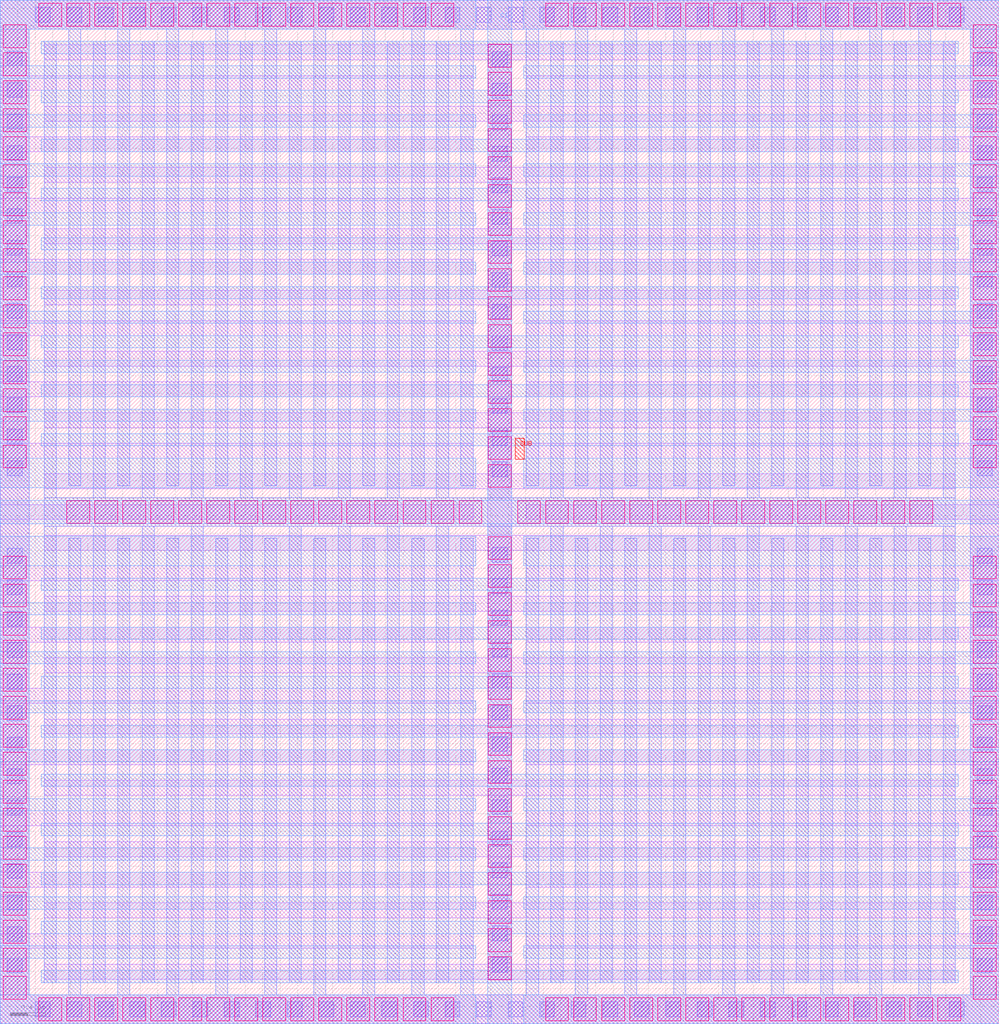
<source format=lef>
# Copyright 2020 The SkyWater PDK Authors
#
# Licensed under the Apache License, Version 2.0 (the "License");
# you may not use this file except in compliance with the License.
# You may obtain a copy of the License at
#
#     https://www.apache.org/licenses/LICENSE-2.0
#
# Unless required by applicable law or agreed to in writing, software
# distributed under the License is distributed on an "AS IS" BASIS,
# WITHOUT WARRANTIES OR CONDITIONS OF ANY KIND, either express or implied.
# See the License for the specific language governing permissions and
# limitations under the License.
#
# SPDX-License-Identifier: Apache-2.0

VERSION 5.7 ;
  NOWIREEXTENSIONATPIN ON ;
  DIVIDERCHAR "/" ;
  BUSBITCHARS "[]" ;
MACRO sky130_fd_pr__cap_vpp_11p5x11p7_l1m1m2_noshield
  CLASS BLOCK ;
  FOREIGN sky130_fd_pr__cap_vpp_11p5x11p7_l1m1m2_noshield ;
  ORIGIN  0.000000  0.000000 ;
  SIZE  11.41000 BY  11.69000 ;
  PIN C0
    PORT
      LAYER met2 ;
        RECT  0.000000  0.000000  5.430000  0.330000 ;
        RECT  0.000000  0.330000  0.330000  0.750000 ;
        RECT  0.000000  0.750000  5.430000  0.890000 ;
        RECT  0.000000  0.890000  0.330000  1.310000 ;
        RECT  0.000000  1.310000  5.430000  1.450000 ;
        RECT  0.000000  1.450000  0.330000  1.870000 ;
        RECT  0.000000  1.870000  5.430000  2.010000 ;
        RECT  0.000000  2.010000  0.330000  2.430000 ;
        RECT  0.000000  2.430000  5.430000  2.570000 ;
        RECT  0.000000  2.570000  0.330000  2.990000 ;
        RECT  0.000000  2.990000  5.430000  3.130000 ;
        RECT  0.000000  3.130000  0.330000  3.550000 ;
        RECT  0.000000  3.550000  5.430000  3.690000 ;
        RECT  0.000000  3.690000  0.330000  4.110000 ;
        RECT  0.000000  4.110000  5.430000  4.250000 ;
        RECT  0.000000  4.250000  0.330000  4.670000 ;
        RECT  0.000000  4.670000  5.430000  4.810000 ;
        RECT  0.000000  4.810000  0.330000  5.230000 ;
        RECT  0.000000  5.230000  5.430000  5.570000 ;
        RECT  0.000000  6.120000  5.430000  6.460000 ;
        RECT  0.000000  6.460000  0.330000  6.880000 ;
        RECT  0.000000  6.880000  5.430000  7.020000 ;
        RECT  0.000000  7.020000  0.330000  7.440000 ;
        RECT  0.000000  7.440000  5.430000  7.580000 ;
        RECT  0.000000  7.580000  0.330000  8.000000 ;
        RECT  0.000000  8.000000  5.430000  8.140000 ;
        RECT  0.000000  8.140000  0.330000  8.560000 ;
        RECT  0.000000  8.560000  5.430000  8.700000 ;
        RECT  0.000000  8.700000  0.330000  9.120000 ;
        RECT  0.000000  9.120000  5.430000  9.260000 ;
        RECT  0.000000  9.260000  0.330000  9.680000 ;
        RECT  0.000000  9.680000  5.430000  9.820000 ;
        RECT  0.000000  9.820000  0.330000 10.240000 ;
        RECT  0.000000 10.240000  5.430000 10.380000 ;
        RECT  0.000000 10.380000  0.330000 10.800000 ;
        RECT  0.000000 10.800000  5.430000 10.940000 ;
        RECT  0.000000 10.940000  0.330000 11.360000 ;
        RECT  0.000000 11.360000  5.430000 11.690000 ;
        RECT  5.980000  0.000000 11.410000  0.330000 ;
        RECT  5.980000  0.750000 11.410000  0.890000 ;
        RECT  5.980000  1.310000 11.410000  1.450000 ;
        RECT  5.980000  1.870000 11.410000  2.010000 ;
        RECT  5.980000  2.430000 11.410000  2.570000 ;
        RECT  5.980000  2.990000 11.410000  3.130000 ;
        RECT  5.980000  3.550000 11.410000  3.690000 ;
        RECT  5.980000  4.110000 11.410000  4.250000 ;
        RECT  5.980000  4.670000 11.410000  4.810000 ;
        RECT  5.980000  5.230000 11.410000  5.570000 ;
        RECT  5.980000  6.120000 11.410000  6.460000 ;
        RECT  5.980000  6.880000 11.410000  7.020000 ;
        RECT  5.980000  7.440000 11.410000  7.580000 ;
        RECT  5.980000  8.000000 11.410000  8.140000 ;
        RECT  5.980000  8.560000 11.410000  8.700000 ;
        RECT  5.980000  9.120000 11.410000  9.260000 ;
        RECT  5.980000  9.680000 11.410000  9.820000 ;
        RECT  5.980000 10.240000 11.410000 10.380000 ;
        RECT  5.980000 10.800000 11.410000 10.940000 ;
        RECT  5.980000 11.360000 11.410000 11.690000 ;
        RECT 11.080000  0.330000 11.410000  0.750000 ;
        RECT 11.080000  0.890000 11.410000  1.310000 ;
        RECT 11.080000  1.450000 11.410000  1.870000 ;
        RECT 11.080000  2.010000 11.410000  2.430000 ;
        RECT 11.080000  2.570000 11.410000  2.990000 ;
        RECT 11.080000  3.130000 11.410000  3.550000 ;
        RECT 11.080000  3.690000 11.410000  4.110000 ;
        RECT 11.080000  4.250000 11.410000  4.670000 ;
        RECT 11.080000  4.810000 11.410000  5.230000 ;
        RECT 11.080000  6.460000 11.410000  6.880000 ;
        RECT 11.080000  7.020000 11.410000  7.440000 ;
        RECT 11.080000  7.580000 11.410000  8.000000 ;
        RECT 11.080000  8.140000 11.410000  8.560000 ;
        RECT 11.080000  8.700000 11.410000  9.120000 ;
        RECT 11.080000  9.260000 11.410000  9.680000 ;
        RECT 11.080000  9.820000 11.410000 10.240000 ;
        RECT 11.080000 10.380000 11.410000 10.800000 ;
        RECT 11.080000 10.940000 11.410000 11.360000 ;
    END
  END C0
  PIN C1
    PORT
      LAYER met2 ;
        RECT 0.000000  5.710000 11.410000  5.980000 ;
        RECT 0.470000  0.470000 10.940000  0.610000 ;
        RECT 0.470000  1.030000 10.940000  1.170000 ;
        RECT 0.470000  1.590000 10.940000  1.730000 ;
        RECT 0.470000  2.150000 10.940000  2.290000 ;
        RECT 0.470000  2.710000 10.940000  2.850000 ;
        RECT 0.470000  3.270000 10.940000  3.410000 ;
        RECT 0.470000  3.830000 10.940000  3.970000 ;
        RECT 0.470000  4.390000 10.940000  4.530000 ;
        RECT 0.470000  4.950000 10.940000  5.090000 ;
        RECT 0.470000  6.600000 10.940000  6.740000 ;
        RECT 0.470000  7.160000 10.940000  7.300000 ;
        RECT 0.470000  7.720000 10.940000  7.860000 ;
        RECT 0.470000  8.280000 10.940000  8.420000 ;
        RECT 0.470000  8.840000 10.940000  8.980000 ;
        RECT 0.470000  9.400000 10.940000  9.540000 ;
        RECT 0.470000  9.960000 10.940000 10.100000 ;
        RECT 0.470000 10.520000 10.940000 10.660000 ;
        RECT 0.470000 11.080000 10.940000 11.220000 ;
        RECT 5.570000  0.000000  5.840000  0.470000 ;
        RECT 5.570000  0.610000  5.840000  1.030000 ;
        RECT 5.570000  1.170000  5.840000  1.590000 ;
        RECT 5.570000  1.730000  5.840000  2.150000 ;
        RECT 5.570000  2.290000  5.840000  2.710000 ;
        RECT 5.570000  2.850000  5.840000  3.270000 ;
        RECT 5.570000  3.410000  5.840000  3.830000 ;
        RECT 5.570000  3.970000  5.840000  4.390000 ;
        RECT 5.570000  4.530000  5.840000  4.950000 ;
        RECT 5.570000  5.090000  5.840000  5.710000 ;
        RECT 5.570000  5.980000  5.840000  6.600000 ;
        RECT 5.570000  6.740000  5.840000  7.160000 ;
        RECT 5.570000  7.300000  5.840000  7.720000 ;
        RECT 5.570000  7.860000  5.840000  8.280000 ;
        RECT 5.570000  8.420000  5.840000  8.840000 ;
        RECT 5.570000  8.980000  5.840000  9.400000 ;
        RECT 5.570000  9.540000  5.840000  9.960000 ;
        RECT 5.570000 10.100000  5.840000 10.520000 ;
        RECT 5.570000 10.660000  5.840000 11.080000 ;
        RECT 5.570000 11.220000  5.840000 11.690000 ;
    END
  END C1
  PIN SUB
    PORT
      LAYER pwell ;
        RECT 5.880000 6.445000 5.985000 6.690000 ;
    END
  END SUB
  OBS
    LAYER li1 ;
      RECT  0.000000  0.000000 11.410000  0.330000 ;
      RECT  0.000000  0.330000  0.330000  0.860000 ;
      RECT  0.000000  0.860000  5.400000  1.030000 ;
      RECT  0.000000  1.030000  0.330000  1.560000 ;
      RECT  0.000000  1.560000  5.400000  1.730000 ;
      RECT  0.000000  1.730000  0.330000  2.260000 ;
      RECT  0.000000  2.260000  5.400000  2.430000 ;
      RECT  0.000000  2.430000  0.330000  2.960000 ;
      RECT  0.000000  2.960000  5.400000  3.130000 ;
      RECT  0.000000  3.130000  0.330000  3.660000 ;
      RECT  0.000000  3.660000  5.400000  3.830000 ;
      RECT  0.000000  3.830000  0.330000  4.360000 ;
      RECT  0.000000  4.360000  5.400000  4.530000 ;
      RECT  0.000000  4.530000  0.330000  5.060000 ;
      RECT  0.000000  5.060000  5.400000  5.230000 ;
      RECT  0.000000  5.230000  0.330000  5.760000 ;
      RECT  0.000000  5.760000  5.400000  5.930000 ;
      RECT  0.000000  5.930000  0.330000  6.460000 ;
      RECT  0.000000  6.460000  5.400000  6.630000 ;
      RECT  0.000000  6.630000  0.330000  7.160000 ;
      RECT  0.000000  7.160000  5.400000  7.330000 ;
      RECT  0.000000  7.330000  0.330000  7.860000 ;
      RECT  0.000000  7.860000  5.400000  8.030000 ;
      RECT  0.000000  8.030000  0.330000  8.560000 ;
      RECT  0.000000  8.560000  5.400000  8.730000 ;
      RECT  0.000000  8.730000  0.330000  9.260000 ;
      RECT  0.000000  9.260000  5.400000  9.430000 ;
      RECT  0.000000  9.430000  0.330000  9.960000 ;
      RECT  0.000000  9.960000  5.400000 10.130000 ;
      RECT  0.000000 10.130000  0.330000 10.660000 ;
      RECT  0.000000 10.660000  5.400000 10.830000 ;
      RECT  0.000000 10.830000  0.330000 11.360000 ;
      RECT  0.000000 11.360000 11.410000 11.690000 ;
      RECT  0.500000  0.510000 10.905000  0.680000 ;
      RECT  0.500000  1.210000 10.905000  1.380000 ;
      RECT  0.500000  1.910000 10.905000  2.080000 ;
      RECT  0.500000  2.610000 10.905000  2.780000 ;
      RECT  0.500000  3.310000 10.905000  3.480000 ;
      RECT  0.500000  4.010000 10.905000  4.180000 ;
      RECT  0.500000  4.710000 10.905000  4.880000 ;
      RECT  0.500000  5.410000 10.905000  5.580000 ;
      RECT  0.500000  6.110000 10.905000  6.280000 ;
      RECT  0.500000  6.810000 10.905000  6.980000 ;
      RECT  0.500000  7.510000 10.905000  7.680000 ;
      RECT  0.500000  8.210000 10.905000  8.380000 ;
      RECT  0.500000  8.910000 10.905000  9.080000 ;
      RECT  0.500000  9.610000 10.905000  9.780000 ;
      RECT  0.500000 10.310000 10.905000 10.480000 ;
      RECT  0.500000 11.010000 10.905000 11.180000 ;
      RECT  5.570000  0.680000  5.840000  1.210000 ;
      RECT  5.570000  1.380000  5.840000  1.910000 ;
      RECT  5.570000  2.080000  5.840000  2.610000 ;
      RECT  5.570000  2.780000  5.840000  3.310000 ;
      RECT  5.570000  3.480000  5.840000  4.010000 ;
      RECT  5.570000  4.180000  5.840000  4.710000 ;
      RECT  5.570000  4.880000  5.840000  5.410000 ;
      RECT  5.570000  5.580000  5.840000  6.110000 ;
      RECT  5.570000  6.280000  5.840000  6.810000 ;
      RECT  5.570000  6.980000  5.840000  7.510000 ;
      RECT  5.570000  7.680000  5.840000  8.210000 ;
      RECT  5.570000  8.380000  5.840000  8.910000 ;
      RECT  5.570000  9.080000  5.840000  9.610000 ;
      RECT  5.570000  9.780000  5.840000 10.310000 ;
      RECT  5.570000 10.480000  5.840000 11.010000 ;
      RECT  6.010000  0.860000 11.410000  1.030000 ;
      RECT  6.010000  1.560000 11.410000  1.730000 ;
      RECT  6.010000  2.260000 11.410000  2.430000 ;
      RECT  6.010000  2.960000 11.410000  3.130000 ;
      RECT  6.010000  3.660000 11.410000  3.830000 ;
      RECT  6.010000  4.360000 11.410000  4.530000 ;
      RECT  6.010000  5.060000 11.410000  5.230000 ;
      RECT  6.010000  5.760000 11.410000  5.930000 ;
      RECT  6.010000  6.460000 11.410000  6.630000 ;
      RECT  6.010000  7.160000 11.410000  7.330000 ;
      RECT  6.010000  7.860000 11.410000  8.030000 ;
      RECT  6.010000  8.560000 11.410000  8.730000 ;
      RECT  6.010000  9.260000 11.410000  9.430000 ;
      RECT  6.010000  9.960000 11.410000 10.130000 ;
      RECT  6.010000 10.660000 11.410000 10.830000 ;
      RECT 11.080000  0.330000 11.410000  0.860000 ;
      RECT 11.080000  1.030000 11.410000  1.560000 ;
      RECT 11.080000  1.730000 11.410000  2.260000 ;
      RECT 11.080000  2.430000 11.410000  2.960000 ;
      RECT 11.080000  3.130000 11.410000  3.660000 ;
      RECT 11.080000  3.830000 11.410000  4.360000 ;
      RECT 11.080000  4.530000 11.410000  5.060000 ;
      RECT 11.080000  5.230000 11.410000  5.760000 ;
      RECT 11.080000  5.930000 11.410000  6.460000 ;
      RECT 11.080000  6.630000 11.410000  7.160000 ;
      RECT 11.080000  7.330000 11.410000  7.860000 ;
      RECT 11.080000  8.030000 11.410000  8.560000 ;
      RECT 11.080000  8.730000 11.410000  9.260000 ;
      RECT 11.080000  9.430000 11.410000  9.960000 ;
      RECT 11.080000 10.130000 11.410000 10.660000 ;
      RECT 11.080000 10.830000 11.410000 11.360000 ;
    LAYER mcon ;
      RECT  0.080000  0.580000  0.250000  0.750000 ;
      RECT  0.080000  0.940000  0.250000  1.110000 ;
      RECT  0.080000  1.300000  0.250000  1.470000 ;
      RECT  0.080000  1.660000  0.250000  1.830000 ;
      RECT  0.080000  2.020000  0.250000  2.190000 ;
      RECT  0.080000  2.380000  0.250000  2.550000 ;
      RECT  0.080000  2.740000  0.250000  2.910000 ;
      RECT  0.080000  3.100000  0.250000  3.270000 ;
      RECT  0.080000  3.460000  0.250000  3.630000 ;
      RECT  0.080000  3.820000  0.250000  3.990000 ;
      RECT  0.080000  4.180000  0.250000  4.350000 ;
      RECT  0.080000  4.540000  0.250000  4.710000 ;
      RECT  0.080000  4.900000  0.250000  5.070000 ;
      RECT  0.080000  5.260000  0.250000  5.430000 ;
      RECT  0.080000  6.260000  0.250000  6.430000 ;
      RECT  0.080000  6.620000  0.250000  6.790000 ;
      RECT  0.080000  6.980000  0.250000  7.150000 ;
      RECT  0.080000  7.340000  0.250000  7.510000 ;
      RECT  0.080000  7.700000  0.250000  7.870000 ;
      RECT  0.080000  8.060000  0.250000  8.230000 ;
      RECT  0.080000  8.420000  0.250000  8.590000 ;
      RECT  0.080000  8.780000  0.250000  8.950000 ;
      RECT  0.080000  9.140000  0.250000  9.310000 ;
      RECT  0.080000  9.500000  0.250000  9.670000 ;
      RECT  0.080000  9.860000  0.250000 10.030000 ;
      RECT  0.080000 10.220000  0.250000 10.390000 ;
      RECT  0.080000 10.580000  0.250000 10.750000 ;
      RECT  0.080000 10.940000  0.250000 11.110000 ;
      RECT  0.400000  0.080000  0.570000  0.250000 ;
      RECT  0.400000 11.440000  0.570000 11.610000 ;
      RECT  0.760000  0.080000  0.930000  0.250000 ;
      RECT  0.760000 11.440000  0.930000 11.610000 ;
      RECT  1.120000  0.080000  1.290000  0.250000 ;
      RECT  1.120000 11.440000  1.290000 11.610000 ;
      RECT  1.480000  0.080000  1.650000  0.250000 ;
      RECT  1.480000 11.440000  1.650000 11.610000 ;
      RECT  1.840000  0.080000  2.010000  0.250000 ;
      RECT  1.840000 11.440000  2.010000 11.610000 ;
      RECT  2.200000  0.080000  2.370000  0.250000 ;
      RECT  2.200000 11.440000  2.370000 11.610000 ;
      RECT  2.560000  0.080000  2.730000  0.250000 ;
      RECT  2.560000 11.440000  2.730000 11.610000 ;
      RECT  2.920000  0.080000  3.090000  0.250000 ;
      RECT  2.920000 11.440000  3.090000 11.610000 ;
      RECT  3.280000  0.080000  3.450000  0.250000 ;
      RECT  3.280000 11.440000  3.450000 11.610000 ;
      RECT  3.640000  0.080000  3.810000  0.250000 ;
      RECT  3.640000 11.440000  3.810000 11.610000 ;
      RECT  4.000000  0.080000  4.170000  0.250000 ;
      RECT  4.000000 11.440000  4.170000 11.610000 ;
      RECT  4.360000  0.080000  4.530000  0.250000 ;
      RECT  4.360000 11.440000  4.530000 11.610000 ;
      RECT  4.720000  0.080000  4.890000  0.250000 ;
      RECT  4.720000 11.440000  4.890000 11.610000 ;
      RECT  5.080000  0.080000  5.250000  0.250000 ;
      RECT  5.080000 11.440000  5.250000 11.610000 ;
      RECT  5.440000  0.080000  5.610000  0.250000 ;
      RECT  5.440000 11.440000  5.610000 11.610000 ;
      RECT  5.620000  0.590000  5.790000  0.760000 ;
      RECT  5.620000  0.950000  5.790000  1.120000 ;
      RECT  5.620000  1.310000  5.790000  1.480000 ;
      RECT  5.620000  1.670000  5.790000  1.840000 ;
      RECT  5.620000  2.030000  5.790000  2.200000 ;
      RECT  5.620000  2.390000  5.790000  2.560000 ;
      RECT  5.620000  2.750000  5.790000  2.920000 ;
      RECT  5.620000  3.110000  5.790000  3.280000 ;
      RECT  5.620000  3.470000  5.790000  3.640000 ;
      RECT  5.620000  3.830000  5.790000  4.000000 ;
      RECT  5.620000  4.190000  5.790000  4.360000 ;
      RECT  5.620000  4.550000  5.790000  4.720000 ;
      RECT  5.620000  4.910000  5.790000  5.080000 ;
      RECT  5.620000  5.270000  5.790000  5.440000 ;
      RECT  5.620000  6.250000  5.790000  6.420000 ;
      RECT  5.620000  6.610000  5.790000  6.780000 ;
      RECT  5.620000  6.970000  5.790000  7.140000 ;
      RECT  5.620000  7.330000  5.790000  7.500000 ;
      RECT  5.620000  7.690000  5.790000  7.860000 ;
      RECT  5.620000  8.050000  5.790000  8.220000 ;
      RECT  5.620000  8.410000  5.790000  8.580000 ;
      RECT  5.620000  8.770000  5.790000  8.940000 ;
      RECT  5.620000  9.130000  5.790000  9.300000 ;
      RECT  5.620000  9.490000  5.790000  9.660000 ;
      RECT  5.620000  9.850000  5.790000 10.020000 ;
      RECT  5.620000 10.210000  5.790000 10.380000 ;
      RECT  5.620000 10.570000  5.790000 10.740000 ;
      RECT  5.620000 10.930000  5.790000 11.100000 ;
      RECT  5.800000  0.080000  5.970000  0.250000 ;
      RECT  5.800000 11.440000  5.970000 11.610000 ;
      RECT  6.160000  0.080000  6.330000  0.250000 ;
      RECT  6.160000 11.440000  6.330000 11.610000 ;
      RECT  6.520000  0.080000  6.690000  0.250000 ;
      RECT  6.520000 11.440000  6.690000 11.610000 ;
      RECT  6.880000  0.080000  7.050000  0.250000 ;
      RECT  6.880000 11.440000  7.050000 11.610000 ;
      RECT  7.240000  0.080000  7.410000  0.250000 ;
      RECT  7.240000 11.440000  7.410000 11.610000 ;
      RECT  7.600000  0.080000  7.770000  0.250000 ;
      RECT  7.600000 11.440000  7.770000 11.610000 ;
      RECT  7.960000  0.080000  8.130000  0.250000 ;
      RECT  7.960000 11.440000  8.130000 11.610000 ;
      RECT  8.320000  0.080000  8.490000  0.250000 ;
      RECT  8.320000 11.440000  8.490000 11.610000 ;
      RECT  8.680000  0.080000  8.850000  0.250000 ;
      RECT  8.680000 11.440000  8.850000 11.610000 ;
      RECT  9.040000  0.080000  9.210000  0.250000 ;
      RECT  9.040000 11.440000  9.210000 11.610000 ;
      RECT  9.400000  0.080000  9.570000  0.250000 ;
      RECT  9.400000 11.440000  9.570000 11.610000 ;
      RECT  9.760000  0.080000  9.930000  0.250000 ;
      RECT  9.760000 11.440000  9.930000 11.610000 ;
      RECT 10.120000  0.080000 10.290000  0.250000 ;
      RECT 10.120000 11.440000 10.290000 11.610000 ;
      RECT 10.480000  0.080000 10.650000  0.250000 ;
      RECT 10.480000 11.440000 10.650000 11.610000 ;
      RECT 10.840000  0.080000 11.010000  0.250000 ;
      RECT 10.840000 11.440000 11.010000 11.610000 ;
      RECT 11.160000  0.580000 11.330000  0.750000 ;
      RECT 11.160000  0.940000 11.330000  1.110000 ;
      RECT 11.160000  1.300000 11.330000  1.470000 ;
      RECT 11.160000  1.660000 11.330000  1.830000 ;
      RECT 11.160000  2.020000 11.330000  2.190000 ;
      RECT 11.160000  2.380000 11.330000  2.550000 ;
      RECT 11.160000  2.740000 11.330000  2.910000 ;
      RECT 11.160000  3.100000 11.330000  3.270000 ;
      RECT 11.160000  3.460000 11.330000  3.630000 ;
      RECT 11.160000  3.820000 11.330000  3.990000 ;
      RECT 11.160000  4.180000 11.330000  4.350000 ;
      RECT 11.160000  4.540000 11.330000  4.710000 ;
      RECT 11.160000  4.900000 11.330000  5.070000 ;
      RECT 11.160000  5.260000 11.330000  5.430000 ;
      RECT 11.160000  6.260000 11.330000  6.430000 ;
      RECT 11.160000  6.620000 11.330000  6.790000 ;
      RECT 11.160000  6.980000 11.330000  7.150000 ;
      RECT 11.160000  7.340000 11.330000  7.510000 ;
      RECT 11.160000  7.700000 11.330000  7.870000 ;
      RECT 11.160000  8.060000 11.330000  8.230000 ;
      RECT 11.160000  8.420000 11.330000  8.590000 ;
      RECT 11.160000  8.780000 11.330000  8.950000 ;
      RECT 11.160000  9.140000 11.330000  9.310000 ;
      RECT 11.160000  9.500000 11.330000  9.670000 ;
      RECT 11.160000  9.860000 11.330000 10.030000 ;
      RECT 11.160000 10.220000 11.330000 10.390000 ;
      RECT 11.160000 10.580000 11.330000 10.750000 ;
      RECT 11.160000 10.940000 11.330000 11.110000 ;
    LAYER met1 ;
      RECT  0.000000  0.000000 11.410000  0.330000 ;
      RECT  0.000000  0.330000  0.330000 11.360000 ;
      RECT  0.000000 11.360000 11.410000 11.690000 ;
      RECT  0.500000  0.470000  0.640000  5.685000 ;
      RECT  0.500000  5.685000 10.910000  6.005000 ;
      RECT  0.500000  6.005000  0.640000 11.220000 ;
      RECT  0.780000  0.330000  0.920000  5.545000 ;
      RECT  0.780000  6.145000  0.920000 11.360000 ;
      RECT  1.060000  0.470000  1.200000  5.685000 ;
      RECT  1.060000  6.005000  1.200000 11.220000 ;
      RECT  1.340000  0.330000  1.480000  5.545000 ;
      RECT  1.340000  6.145000  1.480000 11.360000 ;
      RECT  1.620000  0.470000  1.760000  5.685000 ;
      RECT  1.620000  6.005000  1.760000 11.220000 ;
      RECT  1.900000  0.330000  2.040000  5.545000 ;
      RECT  1.900000  6.145000  2.040000 11.360000 ;
      RECT  2.180000  0.470000  2.320000  5.685000 ;
      RECT  2.180000  6.005000  2.320000 11.220000 ;
      RECT  2.460000  0.330000  2.600000  5.545000 ;
      RECT  2.460000  6.145000  2.600000 11.360000 ;
      RECT  2.740000  0.470000  2.880000  5.685000 ;
      RECT  2.740000  6.005000  2.880000 11.220000 ;
      RECT  3.020000  0.330000  3.160000  5.545000 ;
      RECT  3.020000  6.145000  3.160000 11.360000 ;
      RECT  3.300000  0.470000  3.440000  5.685000 ;
      RECT  3.300000  6.005000  3.440000 11.220000 ;
      RECT  3.580000  0.330000  3.720000  5.545000 ;
      RECT  3.580000  6.145000  3.720000 11.360000 ;
      RECT  3.860000  0.470000  4.000000  5.685000 ;
      RECT  3.860000  6.005000  4.000000 11.220000 ;
      RECT  4.140000  0.330000  4.280000  5.545000 ;
      RECT  4.140000  6.145000  4.280000 11.360000 ;
      RECT  4.420000  0.470000  4.560000  5.685000 ;
      RECT  4.420000  6.005000  4.560000 11.220000 ;
      RECT  4.700000  0.330000  4.840000  5.545000 ;
      RECT  4.700000  6.145000  4.840000 11.360000 ;
      RECT  4.980000  0.470000  5.120000  5.685000 ;
      RECT  4.980000  6.005000  5.120000 11.220000 ;
      RECT  5.260000  0.330000  5.400000  5.545000 ;
      RECT  5.260000  6.145000  5.400000 11.360000 ;
      RECT  5.570000  0.470000  5.840000  5.685000 ;
      RECT  5.570000  6.005000  5.840000 11.220000 ;
      RECT  6.010000  0.330000  6.150000  5.545000 ;
      RECT  6.010000  6.145000  6.150000 11.360000 ;
      RECT  6.290000  0.470000  6.430000  5.685000 ;
      RECT  6.290000  6.005000  6.430000 11.220000 ;
      RECT  6.570000  0.330000  6.710000  5.545000 ;
      RECT  6.570000  6.145000  6.710000 11.360000 ;
      RECT  6.850000  0.470000  6.990000  5.685000 ;
      RECT  6.850000  6.005000  6.990000 11.220000 ;
      RECT  7.130000  0.330000  7.270000  5.545000 ;
      RECT  7.130000  6.145000  7.270000 11.360000 ;
      RECT  7.410000  0.470000  7.550000  5.685000 ;
      RECT  7.410000  6.005000  7.550000 11.220000 ;
      RECT  7.690000  0.330000  7.830000  5.545000 ;
      RECT  7.690000  6.145000  7.830000 11.360000 ;
      RECT  7.970000  0.470000  8.110000  5.685000 ;
      RECT  7.970000  6.005000  8.110000 11.220000 ;
      RECT  8.250000  0.330000  8.390000  5.545000 ;
      RECT  8.250000  6.145000  8.390000 11.360000 ;
      RECT  8.530000  0.470000  8.670000  5.685000 ;
      RECT  8.530000  6.005000  8.670000 11.220000 ;
      RECT  8.810000  0.330000  8.950000  5.545000 ;
      RECT  8.810000  6.145000  8.950000 11.360000 ;
      RECT  9.090000  0.470000  9.230000  5.685000 ;
      RECT  9.090000  6.005000  9.230000 11.220000 ;
      RECT  9.370000  0.330000  9.510000  5.545000 ;
      RECT  9.370000  6.145000  9.510000 11.360000 ;
      RECT  9.650000  0.470000  9.790000  5.685000 ;
      RECT  9.650000  6.005000  9.790000 11.220000 ;
      RECT  9.930000  0.330000 10.070000  5.545000 ;
      RECT  9.930000  6.145000 10.070000 11.360000 ;
      RECT 10.210000  0.470000 10.350000  5.685000 ;
      RECT 10.210000  6.005000 10.350000 11.220000 ;
      RECT 10.490000  0.330000 10.630000  5.545000 ;
      RECT 10.490000  6.145000 10.630000 11.360000 ;
      RECT 10.770000  0.470000 10.910000  5.685000 ;
      RECT 10.770000  6.005000 10.910000 11.220000 ;
      RECT 11.080000  0.330000 11.410000 11.360000 ;
    LAYER via ;
      RECT  0.035000  0.280000  0.295000  0.540000 ;
      RECT  0.035000  0.600000  0.295000  0.860000 ;
      RECT  0.035000  0.920000  0.295000  1.180000 ;
      RECT  0.035000  1.240000  0.295000  1.500000 ;
      RECT  0.035000  1.560000  0.295000  1.820000 ;
      RECT  0.035000  1.880000  0.295000  2.140000 ;
      RECT  0.035000  2.200000  0.295000  2.460000 ;
      RECT  0.035000  2.520000  0.295000  2.780000 ;
      RECT  0.035000  2.840000  0.295000  3.100000 ;
      RECT  0.035000  3.160000  0.295000  3.420000 ;
      RECT  0.035000  3.480000  0.295000  3.740000 ;
      RECT  0.035000  3.800000  0.295000  4.060000 ;
      RECT  0.035000  4.120000  0.295000  4.380000 ;
      RECT  0.035000  4.440000  0.295000  4.700000 ;
      RECT  0.035000  4.760000  0.295000  5.020000 ;
      RECT  0.035000  5.080000  0.295000  5.340000 ;
      RECT  0.035000  6.350000  0.295000  6.610000 ;
      RECT  0.035000  6.670000  0.295000  6.930000 ;
      RECT  0.035000  6.990000  0.295000  7.250000 ;
      RECT  0.035000  7.310000  0.295000  7.570000 ;
      RECT  0.035000  7.630000  0.295000  7.890000 ;
      RECT  0.035000  7.950000  0.295000  8.210000 ;
      RECT  0.035000  8.270000  0.295000  8.530000 ;
      RECT  0.035000  8.590000  0.295000  8.850000 ;
      RECT  0.035000  8.910000  0.295000  9.170000 ;
      RECT  0.035000  9.230000  0.295000  9.490000 ;
      RECT  0.035000  9.550000  0.295000  9.810000 ;
      RECT  0.035000  9.870000  0.295000 10.130000 ;
      RECT  0.035000 10.190000  0.295000 10.450000 ;
      RECT  0.035000 10.510000  0.295000 10.770000 ;
      RECT  0.035000 10.830000  0.295000 11.090000 ;
      RECT  0.035000 11.150000  0.295000 11.410000 ;
      RECT  0.440000  0.035000  0.700000  0.295000 ;
      RECT  0.440000 11.395000  0.700000 11.655000 ;
      RECT  0.760000  0.035000  1.020000  0.295000 ;
      RECT  0.760000  5.715000  1.020000  5.975000 ;
      RECT  0.760000 11.395000  1.020000 11.655000 ;
      RECT  1.080000  0.035000  1.340000  0.295000 ;
      RECT  1.080000  5.715000  1.340000  5.975000 ;
      RECT  1.080000 11.395000  1.340000 11.655000 ;
      RECT  1.400000  0.035000  1.660000  0.295000 ;
      RECT  1.400000  5.715000  1.660000  5.975000 ;
      RECT  1.400000 11.395000  1.660000 11.655000 ;
      RECT  1.720000  0.035000  1.980000  0.295000 ;
      RECT  1.720000  5.715000  1.980000  5.975000 ;
      RECT  1.720000 11.395000  1.980000 11.655000 ;
      RECT  2.040000  0.035000  2.300000  0.295000 ;
      RECT  2.040000  5.715000  2.300000  5.975000 ;
      RECT  2.040000 11.395000  2.300000 11.655000 ;
      RECT  2.360000  0.035000  2.620000  0.295000 ;
      RECT  2.360000  5.715000  2.620000  5.975000 ;
      RECT  2.360000 11.395000  2.620000 11.655000 ;
      RECT  2.680000  0.035000  2.940000  0.295000 ;
      RECT  2.680000  5.715000  2.940000  5.975000 ;
      RECT  2.680000 11.395000  2.940000 11.655000 ;
      RECT  3.000000  0.035000  3.260000  0.295000 ;
      RECT  3.000000  5.715000  3.260000  5.975000 ;
      RECT  3.000000 11.395000  3.260000 11.655000 ;
      RECT  3.320000  0.035000  3.580000  0.295000 ;
      RECT  3.320000  5.715000  3.580000  5.975000 ;
      RECT  3.320000 11.395000  3.580000 11.655000 ;
      RECT  3.640000  0.035000  3.900000  0.295000 ;
      RECT  3.640000  5.715000  3.900000  5.975000 ;
      RECT  3.640000 11.395000  3.900000 11.655000 ;
      RECT  3.960000  0.035000  4.220000  0.295000 ;
      RECT  3.960000  5.715000  4.220000  5.975000 ;
      RECT  3.960000 11.395000  4.220000 11.655000 ;
      RECT  4.280000  0.035000  4.540000  0.295000 ;
      RECT  4.280000  5.715000  4.540000  5.975000 ;
      RECT  4.280000 11.395000  4.540000 11.655000 ;
      RECT  4.600000  0.035000  4.860000  0.295000 ;
      RECT  4.600000  5.715000  4.860000  5.975000 ;
      RECT  4.600000 11.395000  4.860000 11.655000 ;
      RECT  4.920000  0.035000  5.180000  0.295000 ;
      RECT  4.920000  5.715000  5.180000  5.975000 ;
      RECT  4.920000 11.395000  5.180000 11.655000 ;
      RECT  5.240000  5.715000  5.500000  5.975000 ;
      RECT  5.575000  0.505000  5.835000  0.765000 ;
      RECT  5.575000  0.825000  5.835000  1.085000 ;
      RECT  5.575000  1.145000  5.835000  1.405000 ;
      RECT  5.575000  1.465000  5.835000  1.725000 ;
      RECT  5.575000  1.785000  5.835000  2.045000 ;
      RECT  5.575000  2.105000  5.835000  2.365000 ;
      RECT  5.575000  2.425000  5.835000  2.685000 ;
      RECT  5.575000  2.745000  5.835000  3.005000 ;
      RECT  5.575000  3.065000  5.835000  3.325000 ;
      RECT  5.575000  3.385000  5.835000  3.645000 ;
      RECT  5.575000  3.705000  5.835000  3.965000 ;
      RECT  5.575000  4.025000  5.835000  4.285000 ;
      RECT  5.575000  4.345000  5.835000  4.605000 ;
      RECT  5.575000  4.665000  5.835000  4.925000 ;
      RECT  5.575000  4.985000  5.835000  5.245000 ;
      RECT  5.575000  5.305000  5.835000  5.565000 ;
      RECT  5.575000  6.125000  5.835000  6.385000 ;
      RECT  5.575000  6.445000  5.835000  6.705000 ;
      RECT  5.575000  6.765000  5.835000  7.025000 ;
      RECT  5.575000  7.085000  5.835000  7.345000 ;
      RECT  5.575000  7.405000  5.835000  7.665000 ;
      RECT  5.575000  7.725000  5.835000  7.985000 ;
      RECT  5.575000  8.045000  5.835000  8.305000 ;
      RECT  5.575000  8.365000  5.835000  8.625000 ;
      RECT  5.575000  8.685000  5.835000  8.945000 ;
      RECT  5.575000  9.005000  5.835000  9.265000 ;
      RECT  5.575000  9.325000  5.835000  9.585000 ;
      RECT  5.575000  9.645000  5.835000  9.905000 ;
      RECT  5.575000  9.965000  5.835000 10.225000 ;
      RECT  5.575000 10.285000  5.835000 10.545000 ;
      RECT  5.575000 10.605000  5.835000 10.865000 ;
      RECT  5.575000 10.925000  5.835000 11.185000 ;
      RECT  5.910000  5.715000  6.170000  5.975000 ;
      RECT  6.230000  0.035000  6.490000  0.295000 ;
      RECT  6.230000  5.715000  6.490000  5.975000 ;
      RECT  6.230000 11.395000  6.490000 11.655000 ;
      RECT  6.550000  0.035000  6.810000  0.295000 ;
      RECT  6.550000  5.715000  6.810000  5.975000 ;
      RECT  6.550000 11.395000  6.810000 11.655000 ;
      RECT  6.870000  0.035000  7.130000  0.295000 ;
      RECT  6.870000  5.715000  7.130000  5.975000 ;
      RECT  6.870000 11.395000  7.130000 11.655000 ;
      RECT  7.190000  0.035000  7.450000  0.295000 ;
      RECT  7.190000  5.715000  7.450000  5.975000 ;
      RECT  7.190000 11.395000  7.450000 11.655000 ;
      RECT  7.510000  0.035000  7.770000  0.295000 ;
      RECT  7.510000  5.715000  7.770000  5.975000 ;
      RECT  7.510000 11.395000  7.770000 11.655000 ;
      RECT  7.830000  0.035000  8.090000  0.295000 ;
      RECT  7.830000  5.715000  8.090000  5.975000 ;
      RECT  7.830000 11.395000  8.090000 11.655000 ;
      RECT  8.150000  0.035000  8.410000  0.295000 ;
      RECT  8.150000  5.715000  8.410000  5.975000 ;
      RECT  8.150000 11.395000  8.410000 11.655000 ;
      RECT  8.470000  0.035000  8.730000  0.295000 ;
      RECT  8.470000  5.715000  8.730000  5.975000 ;
      RECT  8.470000 11.395000  8.730000 11.655000 ;
      RECT  8.790000  0.035000  9.050000  0.295000 ;
      RECT  8.790000  5.715000  9.050000  5.975000 ;
      RECT  8.790000 11.395000  9.050000 11.655000 ;
      RECT  9.110000  0.035000  9.370000  0.295000 ;
      RECT  9.110000  5.715000  9.370000  5.975000 ;
      RECT  9.110000 11.395000  9.370000 11.655000 ;
      RECT  9.430000  0.035000  9.690000  0.295000 ;
      RECT  9.430000  5.715000  9.690000  5.975000 ;
      RECT  9.430000 11.395000  9.690000 11.655000 ;
      RECT  9.750000  0.035000 10.010000  0.295000 ;
      RECT  9.750000  5.715000 10.010000  5.975000 ;
      RECT  9.750000 11.395000 10.010000 11.655000 ;
      RECT 10.070000  0.035000 10.330000  0.295000 ;
      RECT 10.070000  5.715000 10.330000  5.975000 ;
      RECT 10.070000 11.395000 10.330000 11.655000 ;
      RECT 10.390000  0.035000 10.650000  0.295000 ;
      RECT 10.390000  5.715000 10.650000  5.975000 ;
      RECT 10.390000 11.395000 10.650000 11.655000 ;
      RECT 10.710000  0.035000 10.970000  0.295000 ;
      RECT 10.710000 11.395000 10.970000 11.655000 ;
      RECT 11.115000  0.280000 11.375000  0.540000 ;
      RECT 11.115000  0.600000 11.375000  0.860000 ;
      RECT 11.115000  0.920000 11.375000  1.180000 ;
      RECT 11.115000  1.240000 11.375000  1.500000 ;
      RECT 11.115000  1.560000 11.375000  1.820000 ;
      RECT 11.115000  1.880000 11.375000  2.140000 ;
      RECT 11.115000  2.200000 11.375000  2.460000 ;
      RECT 11.115000  2.520000 11.375000  2.780000 ;
      RECT 11.115000  2.840000 11.375000  3.100000 ;
      RECT 11.115000  3.160000 11.375000  3.420000 ;
      RECT 11.115000  3.480000 11.375000  3.740000 ;
      RECT 11.115000  3.800000 11.375000  4.060000 ;
      RECT 11.115000  4.120000 11.375000  4.380000 ;
      RECT 11.115000  4.440000 11.375000  4.700000 ;
      RECT 11.115000  4.760000 11.375000  5.020000 ;
      RECT 11.115000  5.080000 11.375000  5.340000 ;
      RECT 11.115000  6.350000 11.375000  6.610000 ;
      RECT 11.115000  6.670000 11.375000  6.930000 ;
      RECT 11.115000  6.990000 11.375000  7.250000 ;
      RECT 11.115000  7.310000 11.375000  7.570000 ;
      RECT 11.115000  7.630000 11.375000  7.890000 ;
      RECT 11.115000  7.950000 11.375000  8.210000 ;
      RECT 11.115000  8.270000 11.375000  8.530000 ;
      RECT 11.115000  8.590000 11.375000  8.850000 ;
      RECT 11.115000  8.910000 11.375000  9.170000 ;
      RECT 11.115000  9.230000 11.375000  9.490000 ;
      RECT 11.115000  9.550000 11.375000  9.810000 ;
      RECT 11.115000  9.870000 11.375000 10.130000 ;
      RECT 11.115000 10.190000 11.375000 10.450000 ;
      RECT 11.115000 10.510000 11.375000 10.770000 ;
      RECT 11.115000 10.830000 11.375000 11.090000 ;
      RECT 11.115000 11.150000 11.375000 11.410000 ;
  END
END sky130_fd_pr__cap_vpp_11p5x11p7_l1m1m2_noshield
END LIBRARY

</source>
